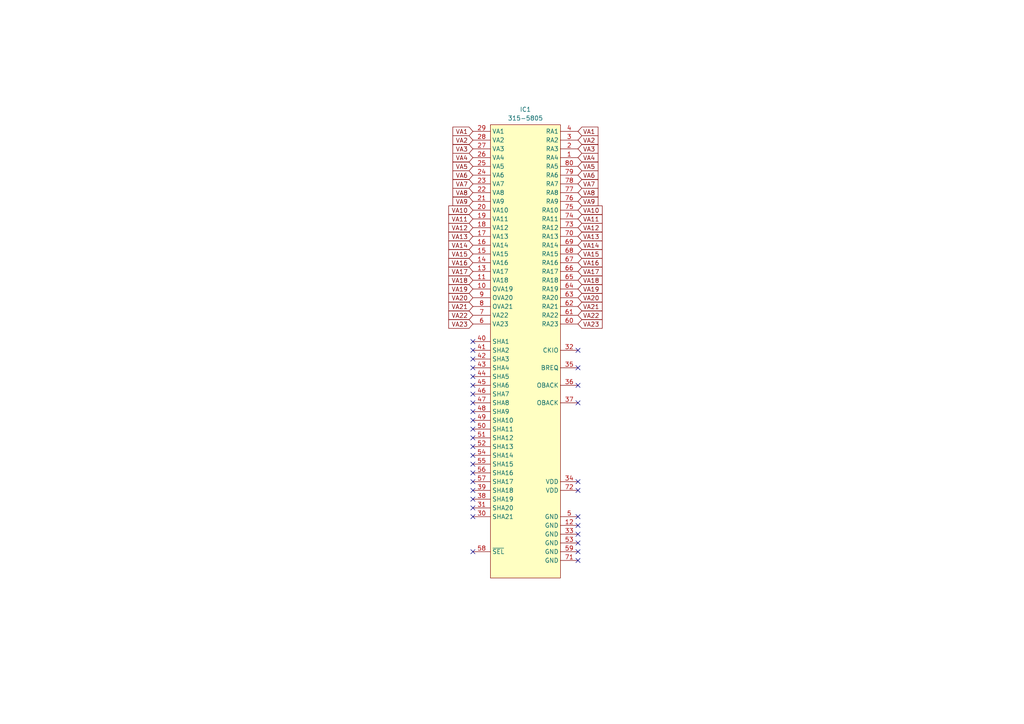
<source format=kicad_sch>
(kicad_sch (version 20230121) (generator eeschema)
  (paper "A4")
  (lib_symbols
    (symbol "32X:315-5805"
      (property "Reference" "IC" (at 0 4.445 0))
      (property "Value" "315-5805" (at 0 1.905 0))
      (symbol "315-5805_1_1"
        (rectangle (start -10.16 0) (end 10.16 -131.445) (fill (type background)))
        (pin input line (at 15.24 -9.525 180) (length 5.08) (name "RA4") (number "1"))
        (pin input line (at -15.24 -47.625 0) (length 5.08) (name "OVA19") (number "10"))
        (pin input line (at -15.24 -45.085 0) (length 5.08) (name "VA18") (number "11"))
        (pin input line (at 15.24 -116.205 180) (length 5.08) (name "GND") (number "12"))
        (pin input line (at -15.24 -42.545 0) (length 5.08) (name "VA17") (number "13"))
        (pin input line (at -15.24 -40.005 0) (length 5.08) (name "VA16") (number "14"))
        (pin input line (at -15.24 -37.465 0) (length 5.08) (name "VA15") (number "15"))
        (pin input line (at -15.24 -34.925 0) (length 5.08) (name "VA14") (number "16"))
        (pin input line (at -15.24 -32.385 0) (length 5.08) (name "VA13") (number "17"))
        (pin input line (at -15.24 -29.845 0) (length 5.08) (name "VA12") (number "18"))
        (pin input line (at -15.24 -27.305 0) (length 5.08) (name "VA11") (number "19"))
        (pin input line (at 15.24 -6.985 180) (length 5.08) (name "RA3") (number "2"))
        (pin input line (at -15.24 -24.765 0) (length 5.08) (name "VA10") (number "20"))
        (pin input line (at -15.24 -22.225 0) (length 5.08) (name "VA9") (number "21"))
        (pin input line (at -15.24 -19.685 0) (length 5.08) (name "VA8") (number "22"))
        (pin input line (at -15.24 -17.145 0) (length 5.08) (name "VA7") (number "23"))
        (pin input line (at -15.24 -14.605 0) (length 5.08) (name "VA6") (number "24"))
        (pin input line (at -15.24 -12.065 0) (length 5.08) (name "VA5") (number "25"))
        (pin input line (at -15.24 -9.525 0) (length 5.08) (name "VA4") (number "26"))
        (pin input line (at -15.24 -6.985 0) (length 5.08) (name "VA3") (number "27"))
        (pin input line (at -15.24 -4.445 0) (length 5.08) (name "VA2") (number "28"))
        (pin input line (at -15.24 -1.905 0) (length 5.08) (name "VA1") (number "29"))
        (pin input line (at 15.24 -4.445 180) (length 5.08) (name "RA2") (number "3"))
        (pin input line (at -15.24 -113.665 0) (length 5.08) (name "SHA21") (number "30"))
        (pin input line (at -15.24 -111.125 0) (length 5.08) (name "SHA20") (number "31"))
        (pin input line (at 15.24 -65.405 180) (length 5.08) (name "CKIO") (number "32"))
        (pin input line (at 15.24 -118.745 180) (length 5.08) (name "GND") (number "33"))
        (pin input line (at 15.24 -103.505 180) (length 5.08) (name "VDD") (number "34"))
        (pin input line (at 15.24 -70.485 180) (length 5.08) (name "BREQ") (number "35"))
        (pin input line (at 15.24 -75.565 180) (length 5.08) (name "OBACK") (number "36"))
        (pin input line (at 15.24 -80.645 180) (length 5.08) (name "OBACK") (number "37"))
        (pin input line (at -15.24 -108.585 0) (length 5.08) (name "SHA19") (number "38"))
        (pin input line (at -15.24 -106.045 0) (length 5.08) (name "SHA18") (number "39"))
        (pin input line (at 15.24 -1.905 180) (length 5.08) (name "RA1") (number "4"))
        (pin input line (at -15.24 -62.865 0) (length 5.08) (name "SHA1") (number "40"))
        (pin input line (at -15.24 -65.405 0) (length 5.08) (name "SHA2") (number "41"))
        (pin input line (at -15.24 -67.945 0) (length 5.08) (name "SHA3") (number "42"))
        (pin input line (at -15.24 -70.485 0) (length 5.08) (name "SHA4") (number "43"))
        (pin input line (at -15.24 -73.025 0) (length 5.08) (name "SHA5") (number "44"))
        (pin input line (at -15.24 -75.565 0) (length 5.08) (name "SHA6") (number "45"))
        (pin input line (at -15.24 -78.105 0) (length 5.08) (name "SHA7") (number "46"))
        (pin input line (at -15.24 -80.645 0) (length 5.08) (name "SHA8") (number "47"))
        (pin input line (at -15.24 -83.185 0) (length 5.08) (name "SHA9") (number "48"))
        (pin input line (at -15.24 -85.725 0) (length 5.08) (name "SHA10") (number "49"))
        (pin input line (at 15.24 -113.665 180) (length 5.08) (name "GND") (number "5"))
        (pin input line (at -15.24 -88.265 0) (length 5.08) (name "SHA11") (number "50"))
        (pin input line (at -15.24 -90.805 0) (length 5.08) (name "SHA12") (number "51"))
        (pin input line (at -15.24 -93.345 0) (length 5.08) (name "SHA13") (number "52"))
        (pin input line (at 15.24 -121.285 180) (length 5.08) (name "GND") (number "53"))
        (pin input line (at -15.24 -95.885 0) (length 5.08) (name "SHA14") (number "54"))
        (pin input line (at -15.24 -98.425 0) (length 5.08) (name "SHA15") (number "55"))
        (pin input line (at -15.24 -100.965 0) (length 5.08) (name "SHA16") (number "56"))
        (pin input line (at -15.24 -103.505 0) (length 5.08) (name "SHA17") (number "57"))
        (pin input line (at -15.24 -123.825 0) (length 5.08) (name "~{SEL}") (number "58"))
        (pin input line (at 15.24 -123.825 180) (length 5.08) (name "GND") (number "59"))
        (pin input line (at -15.24 -57.785 0) (length 5.08) (name "VA23") (number "6"))
        (pin input line (at 15.24 -57.785 180) (length 5.08) (name "RA23") (number "60"))
        (pin input line (at 15.24 -55.245 180) (length 5.08) (name "RA22") (number "61"))
        (pin input line (at 15.24 -52.705 180) (length 5.08) (name "RA21") (number "62"))
        (pin input line (at 15.24 -50.165 180) (length 5.08) (name "RA20") (number "63"))
        (pin input line (at 15.24 -47.625 180) (length 5.08) (name "RA19") (number "64"))
        (pin input line (at 15.24 -45.085 180) (length 5.08) (name "RA18") (number "65"))
        (pin input line (at 15.24 -42.545 180) (length 5.08) (name "RA17") (number "66"))
        (pin input line (at 15.24 -40.005 180) (length 5.08) (name "RA16") (number "67"))
        (pin input line (at 15.24 -37.465 180) (length 5.08) (name "RA15") (number "68"))
        (pin input line (at 15.24 -34.925 180) (length 5.08) (name "RA14") (number "69"))
        (pin input line (at -15.24 -55.245 0) (length 5.08) (name "VA22") (number "7"))
        (pin input line (at 15.24 -32.385 180) (length 5.08) (name "RA13") (number "70"))
        (pin input line (at 15.24 -126.365 180) (length 5.08) (name "GND") (number "71"))
        (pin input line (at 15.24 -106.045 180) (length 5.08) (name "VDD") (number "72"))
        (pin input line (at 15.24 -29.845 180) (length 5.08) (name "RA12") (number "73"))
        (pin input line (at 15.24 -27.305 180) (length 5.08) (name "RA11") (number "74"))
        (pin input line (at 15.24 -24.765 180) (length 5.08) (name "RA10") (number "75"))
        (pin input line (at 15.24 -22.225 180) (length 5.08) (name "RA9") (number "76"))
        (pin input line (at 15.24 -19.685 180) (length 5.08) (name "RA8") (number "77"))
        (pin input line (at 15.24 -17.145 180) (length 5.08) (name "RA7") (number "78"))
        (pin input line (at 15.24 -14.605 180) (length 5.08) (name "RA6") (number "79"))
        (pin input line (at -15.24 -52.705 0) (length 5.08) (name "OVA21") (number "8"))
        (pin input line (at 15.24 -12.065 180) (length 5.08) (name "RA5") (number "80"))
        (pin input line (at -15.24 -50.165 0) (length 5.08) (name "OVA20") (number "9"))
      )
    )
  )
  (no_connect (at 137.16 142.24))
  (no_connect (at 167.64 157.48))
  (no_connect (at 137.16 99.06))
  (no_connect (at 137.16 109.22))
  (no_connect (at 137.16 121.92))
  (no_connect (at 137.16 149.86))
  (no_connect (at 167.64 149.86))
  (no_connect (at 137.16 137.16))
  (no_connect (at 137.16 104.14))
  (no_connect (at 167.64 162.56))
  (no_connect (at 167.64 139.7))
  (no_connect (at 137.16 106.68))
  (no_connect (at 137.16 114.3))
  (no_connect (at 137.16 116.84))
  (no_connect (at 137.16 101.6))
  (no_connect (at 137.16 127))
  (no_connect (at 167.64 152.4))
  (no_connect (at 137.16 129.54))
  (no_connect (at 167.64 142.24))
  (no_connect (at 167.64 116.84))
  (no_connect (at 167.64 160.02))
  (no_connect (at 137.16 160.02))
  (no_connect (at 137.16 144.78))
  (no_connect (at 137.16 132.08))
  (no_connect (at 167.64 154.94))
  (no_connect (at 137.16 111.76))
  (no_connect (at 167.64 111.76))
  (no_connect (at 137.16 119.38))
  (no_connect (at 167.64 106.68))
  (no_connect (at 167.64 101.6))
  (no_connect (at 137.16 139.7))
  (no_connect (at 137.16 147.32))
  (no_connect (at 137.16 134.62))
  (no_connect (at 137.16 124.46))
  (global_label "VA17" (shape input) (at 137.16 78.74 180) (property "Intersheetrefs" "${INTERSHEET_REFS}" (effects hide)))
  (global_label "VA9" (shape input) (at 137.16 58.42 180) (property "Intersheetrefs" "${INTERSHEET_REFS}" (effects hide)))
  (global_label "VA20" (shape input) (at 167.64 86.36 0) (property "Intersheetrefs" "${INTERSHEET_REFS}" (effects hide)))
  (global_label "VA12" (shape input) (at 137.16 66.04 180) (property "Intersheetrefs" "${INTERSHEET_REFS}" (effects hide)))
  (global_label "VA2" (shape input) (at 137.16 40.64 180) (property "Intersheetrefs" "${INTERSHEET_REFS}" (effects hide)))
  (global_label "VA16" (shape input) (at 137.16 76.2 180) (property "Intersheetrefs" "${INTERSHEET_REFS}" (effects hide)))
  (global_label "VA7" (shape input) (at 167.64 53.34 0) (property "Intersheetrefs" "${INTERSHEET_REFS}" (effects hide)))
  (global_label "VA3" (shape input) (at 137.16 43.18 180) (property "Intersheetrefs" "${INTERSHEET_REFS}" (effects hide)))
  (global_label "VA4" (shape input) (at 167.64 45.72 0) (property "Intersheetrefs" "${INTERSHEET_REFS}" (effects hide)))
  (global_label "VA20" (shape input) (at 137.16 86.36 180) (property "Intersheetrefs" "${INTERSHEET_REFS}" (effects hide)))
  (global_label "VA4" (shape input) (at 137.16 45.72 180) (property "Intersheetrefs" "${INTERSHEET_REFS}" (effects hide)))
  (global_label "VA14" (shape input) (at 137.16 71.12 180) (property "Intersheetrefs" "${INTERSHEET_REFS}" (effects hide)))
  (global_label "VA11" (shape input) (at 137.16 63.5 180) (property "Intersheetrefs" "${INTERSHEET_REFS}" (effects hide)))
  (global_label "VA21" (shape input) (at 137.16 88.9 180) (property "Intersheetrefs" "${INTERSHEET_REFS}" (effects hide)))
  (global_label "VA23" (shape input) (at 137.16 93.98 180) (property "Intersheetrefs" "${INTERSHEET_REFS}" (effects hide)))
  (global_label "VA6" (shape input) (at 137.16 50.8 180) (property "Intersheetrefs" "${INTERSHEET_REFS}" (effects hide)))
  (global_label "VA6" (shape input) (at 167.64 50.8 0) (property "Intersheetrefs" "${INTERSHEET_REFS}" (effects hide)))
  (global_label "VA13" (shape input) (at 137.16 68.58 180) (property "Intersheetrefs" "${INTERSHEET_REFS}" (effects hide)))
  (global_label "VA1" (shape input) (at 137.16 38.1 180) (property "Intersheetrefs" "${INTERSHEET_REFS}" (effects hide)))
  (global_label "VA10" (shape input) (at 167.64 60.96 0) (property "Intersheetrefs" "${INTERSHEET_REFS}" (effects hide)))
  (global_label "VA8" (shape input) (at 137.16 55.88 180) (property "Intersheetrefs" "${INTERSHEET_REFS}" (effects hide)))
  (global_label "VA2" (shape input) (at 167.64 40.64 0) (property "Intersheetrefs" "${INTERSHEET_REFS}" (effects hide)))
  (global_label "VA11" (shape input) (at 167.64 63.5 0) (property "Intersheetrefs" "${INTERSHEET_REFS}" (effects hide)))
  (global_label "VA15" (shape input) (at 167.64 73.66 0) (property "Intersheetrefs" "${INTERSHEET_REFS}" (effects hide)))
  (global_label "VA10" (shape input) (at 137.16 60.96 180) (property "Intersheetrefs" "${INTERSHEET_REFS}" (effects hide)))
  (global_label "VA17" (shape input) (at 167.64 78.74 0) (property "Intersheetrefs" "${INTERSHEET_REFS}" (effects hide)))
  (global_label "VA19" (shape input) (at 167.64 83.82 0) (property "Intersheetrefs" "${INTERSHEET_REFS}" (effects hide)))
  (global_label "VA5" (shape input) (at 167.64 48.26 0) (property "Intersheetrefs" "${INTERSHEET_REFS}" (effects hide)))
  (global_label "VA3" (shape input) (at 167.64 43.18 0) (property "Intersheetrefs" "${INTERSHEET_REFS}" (effects hide)))
  (global_label "VA22" (shape input) (at 137.16 91.44 180) (property "Intersheetrefs" "${INTERSHEET_REFS}" (effects hide)))
  (global_label "VA16" (shape input) (at 167.64 76.2 0) (property "Intersheetrefs" "${INTERSHEET_REFS}" (effects hide)))
  (global_label "VA18" (shape input) (at 167.64 81.28 0) (property "Intersheetrefs" "${INTERSHEET_REFS}" (effects hide)))
  (global_label "VA18" (shape input) (at 137.16 81.28 180) (property "Intersheetrefs" "${INTERSHEET_REFS}" (effects hide)))
  (global_label "VA12" (shape input) (at 167.64 66.04 0) (property "Intersheetrefs" "${INTERSHEET_REFS}" (effects hide)))
  (global_label "VA21" (shape input) (at 167.64 88.9 0) (property "Intersheetrefs" "${INTERSHEET_REFS}" (effects hide)))
  (global_label "VA19" (shape input) (at 137.16 83.82 180) (property "Intersheetrefs" "${INTERSHEET_REFS}" (effects hide)))
  (global_label "VA7" (shape input) (at 137.16 53.34 180) (property "Intersheetrefs" "${INTERSHEET_REFS}" (effects hide)))
  (global_label "VA9" (shape input) (at 167.64 58.42 0) (property "Intersheetrefs" "${INTERSHEET_REFS}" (effects hide)))
  (global_label "VA23" (shape input) (at 167.64 93.98 0) (property "Intersheetrefs" "${INTERSHEET_REFS}" (effects hide)))
  (global_label "VA8" (shape input) (at 167.64 55.88 0) (property "Intersheetrefs" "${INTERSHEET_REFS}" (effects hide)))
  (global_label "VA1" (shape input) (at 167.64 38.1 0) (property "Intersheetrefs" "${INTERSHEET_REFS}" (effects hide)))
  (global_label "VA13" (shape input) (at 167.64 68.58 0) (property "Intersheetrefs" "${INTERSHEET_REFS}" (effects hide)))
  (global_label "VA5" (shape input) (at 137.16 48.26 180) (property "Intersheetrefs" "${INTERSHEET_REFS}" (effects hide)))
  (global_label "VA15" (shape input) (at 137.16 73.66 180) (property "Intersheetrefs" "${INTERSHEET_REFS}" (effects hide)))
  (global_label "VA14" (shape input) (at 167.64 71.12 0) (property "Intersheetrefs" "${INTERSHEET_REFS}" (effects hide)))
  (global_label "VA22" (shape input) (at 167.64 91.44 0) (property "Intersheetrefs" "${INTERSHEET_REFS}" (effects hide)))
  (symbol (lib_id "32X:315-5805") (at 152.4 36.195 0) (unit 1)
    (property "Reference" "IC1" (at 152.4 31.75 0))
    (property "Value" "315-5805" (at 152.4 34.29 0))
    (property "Footprint" "32XLib:315-5805" (effects hide))
  )
)
</source>
